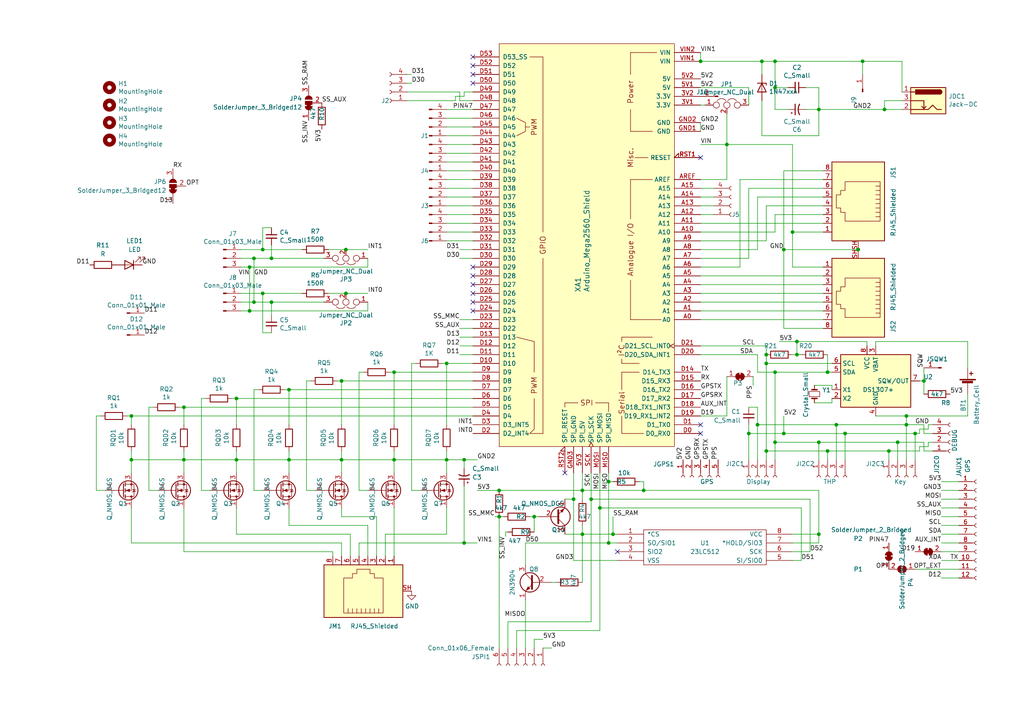
<source format=kicad_sch>
(kicad_sch (version 20211123) (generator eeschema)
  (paper "A4")
  (junction (at 224.79 17.78))
  (junction (at 237.49 154.94))
  (junction (at 144.78 149.86))
  (junction (at 210.82 41.91))
  (junction (at 53.34 133.35))
  (junction (at 222.25 102.87))
  (junction (at 134.62 133.35))
  (junction (at 176.53 139.7))
  (junction (at 134.62 157.48))
  (junction (at 73.66 74.93))
  (junction (at 129.54 105.41))
  (junction (at 100.33 85.09))
  (junction (at 260.35 128.27))
  (junction (at 53.34 118.11))
  (junction (at 154.94 149.86))
  (junction (at 224.79 107.95))
  (junction (at 114.3 107.95))
  (junction (at 248.92 72.39))
  (junction (at 76.2 85.09))
  (junction (at 99.06 110.49))
  (junction (at 203.2 17.78))
  (junction (at 224.79 128.27))
  (junction (at 262.89 120.65))
  (junction (at 237.49 128.27))
  (junction (at 237.49 31.75))
  (junction (at 173.99 147.32))
  (junction (at 78.74 87.63))
  (junction (at 222.25 130.81))
  (junction (at 245.11 125.73))
  (junction (at 240.03 107.95))
  (junction (at 267.97 110.49))
  (junction (at 250.19 17.78))
  (junction (at 227.33 125.73))
  (junction (at 166.37 144.78))
  (junction (at 38.1 133.35))
  (junction (at 176.53 157.48))
  (junction (at 231.14 102.87))
  (junction (at 217.17 125.73))
  (junction (at 231.14 99.06))
  (junction (at 72.39 77.47))
  (junction (at 240.03 130.81))
  (junction (at 73.66 87.63))
  (junction (at 265.43 125.73))
  (junction (at 100.33 72.39))
  (junction (at 114.3 133.35))
  (junction (at 78.74 74.93))
  (junction (at 38.1 120.65))
  (junction (at 83.82 133.35))
  (junction (at 224.79 25.4))
  (junction (at 168.91 142.24))
  (junction (at 219.71 123.19))
  (junction (at 171.45 144.78))
  (junction (at 168.91 154.94))
  (junction (at 144.78 142.24))
  (junction (at 242.57 123.19))
  (junction (at 256.54 31.75))
  (junction (at 257.81 130.81))
  (junction (at 227.33 72.39))
  (junction (at 68.58 133.35))
  (junction (at 177.8 154.94))
  (junction (at 72.39 90.17))
  (junction (at 220.98 17.78))
  (junction (at 262.89 123.19))
  (junction (at 186.69 142.24))
  (junction (at 222.25 105.41))
  (junction (at 68.58 115.57))
  (junction (at 83.82 113.03))
  (junction (at 229.87 67.31))
  (junction (at 76.2 72.39))
  (junction (at 129.54 133.35))
  (junction (at 99.06 133.35))
  (no_connect (at 137.16 24.13))
  (no_connect (at 163.83 137.16))
  (no_connect (at 137.16 85.09))
  (no_connect (at 137.16 21.59))
  (no_connect (at 203.2 45.72))
  (no_connect (at 137.16 80.01))
  (no_connect (at 137.16 77.47))
  (no_connect (at 137.16 19.05))
  (no_connect (at 137.16 82.55))
  (no_connect (at 137.16 16.51))
  (no_connect (at 137.16 87.63))
  (no_connect (at 137.16 90.17))
  (no_connect (at 203.2 125.73))
  (no_connect (at 203.2 123.19))
  (no_connect (at 179.07 160.02))
  (wire (pts (xy 137.16 120.65) (xy 38.1 120.65)))
  (wire (pts (xy 270.51 130.81) (xy 267.97 130.81)))
  (wire (pts (xy 68.58 130.81) (xy 68.58 133.35)))
  (wire (pts (xy 262.89 123.19) (xy 262.89 133.35)))
  (wire (pts (xy 237.49 142.24) (xy 237.49 154.94)))
  (wire (pts (xy 160.02 168.91) (xy 161.29 168.91)))
  (wire (pts (xy 220.98 29.21) (xy 220.98 39.37)))
  (wire (pts (xy 173.99 147.32) (xy 173.99 182.88)))
  (wire (pts (xy 177.8 154.94) (xy 177.8 149.86)))
  (wire (pts (xy 203.2 67.31) (xy 224.79 67.31)))
  (wire (pts (xy 256.54 29.21) (xy 256.54 31.75)))
  (wire (pts (xy 273.05 162.56) (xy 278.13 162.56)))
  (wire (pts (xy 262.89 120.65) (xy 254 120.65)))
  (wire (pts (xy 43.18 142.24) (xy 45.72 142.24)))
  (wire (pts (xy 129.54 39.37) (xy 137.16 39.37)))
  (wire (pts (xy 129.54 52.07) (xy 137.16 52.07)))
  (wire (pts (xy 144.78 149.86) (xy 146.05 149.86)))
  (wire (pts (xy 114.3 137.16) (xy 114.3 133.35)))
  (wire (pts (xy 53.34 137.16) (xy 53.34 133.35)))
  (wire (pts (xy 267.97 130.81) (xy 267.97 128.27)))
  (wire (pts (xy 176.53 157.48) (xy 179.07 157.48)))
  (wire (pts (xy 114.3 133.35) (xy 129.54 133.35)))
  (wire (pts (xy 114.3 107.95) (xy 113.03 107.95)))
  (wire (pts (xy 88.9 142.24) (xy 91.44 142.24)))
  (wire (pts (xy 154.94 149.86) (xy 154.94 154.305)))
  (wire (pts (xy 257.81 130.81) (xy 257.81 133.35)))
  (wire (pts (xy 58.42 115.57) (xy 58.42 142.24)))
  (wire (pts (xy 99.06 137.16) (xy 99.06 133.35)))
  (wire (pts (xy 83.82 130.81) (xy 83.82 133.35)))
  (wire (pts (xy 203.2 72.39) (xy 219.71 72.39)))
  (wire (pts (xy 163.83 154.94) (xy 168.91 154.94)))
  (wire (pts (xy 129.54 123.19) (xy 129.54 105.41)))
  (wire (pts (xy 68.58 147.32) (xy 68.58 154.94)))
  (wire (pts (xy 58.42 142.24) (xy 60.96 142.24)))
  (wire (pts (xy 129.54 34.29) (xy 137.16 34.29)))
  (wire (pts (xy 203.2 17.78) (xy 220.98 17.78)))
  (wire (pts (xy 78.74 74.93) (xy 93.98 74.93)))
  (wire (pts (xy 237.49 25.4) (xy 233.68 25.4)))
  (wire (pts (xy 224.79 133.35) (xy 224.79 128.27)))
  (wire (pts (xy 203.2 85.09) (xy 238.76 85.09)))
  (wire (pts (xy 241.3 111.76) (xy 236.22 111.76)))
  (wire (pts (xy 269.24 124.46) (xy 269.24 123.19)))
  (wire (pts (xy 280.67 114.3) (xy 280.67 120.65)))
  (wire (pts (xy 176.53 139.7) (xy 176.53 157.48)))
  (wire (pts (xy 219.71 57.15) (xy 219.71 72.39)))
  (wire (pts (xy 78.74 66.04) (xy 76.2 66.04)))
  (wire (pts (xy 210.82 33.02) (xy 210.82 41.91)))
  (wire (pts (xy 219.71 107.95) (xy 219.71 102.87)))
  (wire (pts (xy 72.39 77.47) (xy 69.85 77.47)))
  (wire (pts (xy 267.97 110.49) (xy 267.97 114.3)))
  (wire (pts (xy 237.49 31.75) (xy 237.49 25.4)))
  (wire (pts (xy 269.24 128.27) (xy 269.24 129.54)))
  (wire (pts (xy 251.46 99.06) (xy 231.14 99.06)))
  (wire (pts (xy 207.01 57.15) (xy 203.2 57.15)))
  (wire (pts (xy 203.2 90.17) (xy 238.76 90.17)))
  (wire (pts (xy 111.76 154.94) (xy 129.54 154.94)))
  (wire (pts (xy 262.89 120.65) (xy 262.89 123.19)))
  (wire (pts (xy 83.82 137.16) (xy 83.82 133.35)))
  (wire (pts (xy 207.01 62.23) (xy 203.2 62.23)))
  (wire (pts (xy 83.82 152.4) (xy 106.68 152.4)))
  (wire (pts (xy 222.25 59.69) (xy 238.76 59.69)))
  (wire (pts (xy 138.43 157.48) (xy 134.62 157.48)))
  (wire (pts (xy 203.2 77.47) (xy 214.63 77.47)))
  (wire (pts (xy 171.45 144.78) (xy 234.95 144.78)))
  (wire (pts (xy 38.1 157.48) (xy 99.06 157.48)))
  (wire (pts (xy 229.87 102.87) (xy 231.14 102.87)))
  (wire (pts (xy 149.86 182.88) (xy 173.99 182.88)))
  (wire (pts (xy 44.45 118.11) (xy 43.18 118.11)))
  (wire (pts (xy 154.94 185.42) (xy 157.48 185.42)))
  (wire (pts (xy 237.49 39.37) (xy 237.49 31.75)))
  (wire (pts (xy 137.16 29.21) (xy 133.35 29.21)))
  (wire (pts (xy 240.03 107.95) (xy 241.3 107.95)))
  (wire (pts (xy 240.03 102.87) (xy 240.03 107.95)))
  (wire (pts (xy 238.76 67.31) (xy 229.87 67.31)))
  (wire (pts (xy 129.54 133.35) (xy 129.54 137.16)))
  (wire (pts (xy 106.68 152.4) (xy 106.68 161.29)))
  (wire (pts (xy 269.24 123.19) (xy 270.51 123.19)))
  (wire (pts (xy 43.18 118.11) (xy 43.18 142.24)))
  (wire (pts (xy 176.53 139.7) (xy 176.53 137.16)))
  (wire (pts (xy 104.14 107.95) (xy 104.14 142.24)))
  (wire (pts (xy 240.03 130.81) (xy 257.81 130.81)))
  (wire (pts (xy 138.43 142.24) (xy 144.78 142.24)))
  (wire (pts (xy 78.74 91.44) (xy 78.74 87.63)))
  (wire (pts (xy 100.33 85.09) (xy 106.68 85.09)))
  (wire (pts (xy 76.2 72.39) (xy 87.63 72.39)))
  (wire (pts (xy 203.2 120.65) (xy 210.82 120.65)))
  (wire (pts (xy 104.14 161.29) (xy 104.14 157.48)))
  (wire (pts (xy 177.8 139.7) (xy 176.53 139.7)))
  (wire (pts (xy 226.06 99.06) (xy 231.14 99.06)))
  (wire (pts (xy 27.94 120.65) (xy 27.94 142.24)))
  (wire (pts (xy 104.14 142.24) (xy 106.68 142.24)))
  (wire (pts (xy 232.41 147.32) (xy 232.41 162.56)))
  (wire (pts (xy 237.49 31.75) (xy 256.54 31.75)))
  (wire (pts (xy 104.14 157.48) (xy 134.62 157.48)))
  (wire (pts (xy 119.38 21.59) (xy 118.11 21.59)))
  (wire (pts (xy 186.69 139.7) (xy 186.69 142.24)))
  (wire (pts (xy 222.25 105.41) (xy 222.25 102.87)))
  (wire (pts (xy 233.68 31.75) (xy 237.49 31.75)))
  (wire (pts (xy 273.05 144.78) (xy 278.13 144.78)))
  (wire (pts (xy 129.54 31.75) (xy 137.16 31.75)))
  (wire (pts (xy 111.76 154.94) (xy 111.76 161.29)))
  (wire (pts (xy 203.2 17.78) (xy 203.2 15.24)))
  (wire (pts (xy 222.25 133.35) (xy 222.25 130.81)))
  (wire (pts (xy 222.25 102.87) (xy 222.25 100.33)))
  (wire (pts (xy 83.82 152.4) (xy 83.82 147.32)))
  (wire (pts (xy 78.74 87.63) (xy 93.98 87.63)))
  (wire (pts (xy 217.17 133.35) (xy 217.17 125.73)))
  (wire (pts (xy 266.7 124.46) (xy 269.24 124.46)))
  (wire (pts (xy 168.91 154.94) (xy 168.91 152.4)))
  (wire (pts (xy 76.2 66.04) (xy 76.2 72.39)))
  (wire (pts (xy 203.2 30.48) (xy 204.47 30.48)))
  (wire (pts (xy 273.05 139.7) (xy 278.13 139.7)))
  (wire (pts (xy 241.3 116.84) (xy 236.22 116.84)))
  (wire (pts (xy 147.32 187.96) (xy 147.32 180.34)))
  (wire (pts (xy 53.34 118.11) (xy 137.16 118.11)))
  (wire (pts (xy 224.79 17.78) (xy 250.19 17.78)))
  (wire (pts (xy 95.25 72.39) (xy 100.33 72.39)))
  (wire (pts (xy 83.82 113.03) (xy 137.16 113.03)))
  (wire (pts (xy 53.34 123.19) (xy 53.34 118.11)))
  (wire (pts (xy 203.2 80.01) (xy 238.76 80.01)))
  (wire (pts (xy 106.68 77.47) (xy 106.68 74.93)))
  (wire (pts (xy 101.6 154.94) (xy 101.6 161.29)))
  (wire (pts (xy 76.2 96.52) (xy 76.2 85.09)))
  (wire (pts (xy 38.1 137.16) (xy 38.1 133.35)))
  (wire (pts (xy 185.42 139.7) (xy 186.69 139.7)))
  (wire (pts (xy 231.14 102.87) (xy 232.41 102.87)))
  (wire (pts (xy 88.9 110.49) (xy 90.17 110.49)))
  (wire (pts (xy 137.16 54.61) (xy 129.54 54.61)))
  (wire (pts (xy 203.2 92.71) (xy 238.76 92.71)))
  (wire (pts (xy 207.01 54.61) (xy 203.2 54.61)))
  (wire (pts (xy 68.58 123.19) (xy 68.58 115.57)))
  (wire (pts (xy 96.52 161.29) (xy 96.52 160.02)))
  (wire (pts (xy 166.37 144.78) (xy 166.37 162.56)))
  (wire (pts (xy 261.62 17.78) (xy 261.62 26.67)))
  (wire (pts (xy 99.06 133.35) (xy 83.82 133.35)))
  (wire (pts (xy 133.35 74.93) (xy 137.16 74.93)))
  (wire (pts (xy 238.76 77.47) (xy 229.87 77.47)))
  (wire (pts (xy 227.33 72.39) (xy 227.33 95.25)))
  (wire (pts (xy 207.01 59.69) (xy 203.2 59.69)))
  (wire (pts (xy 82.55 113.03) (xy 83.82 113.03)))
  (wire (pts (xy 133.35 26.67) (xy 118.11 26.67)))
  (wire (pts (xy 129.54 130.81) (xy 129.54 133.35)))
  (wire (pts (xy 99.06 110.49) (xy 137.16 110.49)))
  (wire (pts (xy 144.78 142.24) (xy 168.91 142.24)))
  (wire (pts (xy 137.16 115.57) (xy 68.58 115.57)))
  (wire (pts (xy 146.685 154.305) (xy 146.685 155.575)))
  (wire (pts (xy 269.24 129.54) (xy 266.7 129.54)))
  (wire (pts (xy 72.39 77.47) (xy 106.68 77.47)))
  (wire (pts (xy 152.4 157.48) (xy 176.53 157.48)))
  (wire (pts (xy 254 99.06) (xy 280.67 99.06)))
  (wire (pts (xy 273.05 147.32) (xy 278.13 147.32)))
  (wire (pts (xy 137.16 107.95) (xy 114.3 107.95)))
  (wire (pts (xy 53.34 160.02) (xy 96.52 160.02)))
  (wire (pts (xy 217.17 123.19) (xy 217.17 125.73)))
  (wire (pts (xy 224.79 25.4) (xy 224.79 17.78)))
  (wire (pts (xy 210.82 109.22) (xy 210.82 120.65)))
  (wire (pts (xy 227.33 95.25) (xy 238.76 95.25)))
  (wire (pts (xy 52.07 118.11) (xy 53.34 118.11)))
  (wire (pts (xy 129.54 133.35) (xy 134.62 133.35)))
  (wire (pts (xy 58.42 115.57) (xy 59.69 115.57)))
  (wire (pts (xy 69.85 74.93) (xy 73.66 74.93)))
  (wire (pts (xy 168.91 154.94) (xy 168.91 168.91)))
  (wire (pts (xy 38.1 120.65) (xy 36.83 120.65)))
  (wire (pts (xy 53.34 133.35) (xy 68.58 133.35)))
  (wire (pts (xy 73.66 74.93) (xy 73.66 87.63)))
  (wire (pts (xy 238.76 49.53) (xy 227.33 49.53)))
  (wire (pts (xy 73.66 74.93) (xy 78.74 74.93)))
  (wire (pts (xy 214.63 52.07) (xy 238.76 52.07)))
  (wire (pts (xy 132.08 27.94) (xy 134.62 27.94)))
  (wire (pts (xy 260.35 128.27) (xy 260.35 133.35)))
  (wire (pts (xy 69.85 85.09) (xy 76.2 85.09)))
  (wire (pts (xy 234.95 144.78) (xy 234.95 160.02)))
  (wire (pts (xy 256.54 31.75) (xy 261.62 31.75)))
  (wire (pts (xy 222.25 59.69) (xy 222.25 69.85)))
  (wire (pts (xy 219.71 118.11) (xy 219.71 123.19)))
  (wire (pts (xy 273.05 152.4) (xy 278.13 152.4)))
  (wire (pts (xy 68.58 133.35) (xy 83.82 133.35)))
  (wire (pts (xy 99.06 123.19) (xy 99.06 110.49)))
  (wire (pts (xy 134.62 140.97) (xy 134.62 157.48)))
  (wire (pts (xy 219.71 123.19) (xy 242.57 123.19)))
  (wire (pts (xy 171.45 144.78) (xy 171.45 137.16)))
  (wire (pts (xy 267.97 106.68) (xy 267.97 110.49)))
  (wire (pts (xy 106.68 72.39) (xy 100.33 72.39)))
  (wire (pts (xy 241.3 115.57) (xy 241.3 116.84)))
  (wire (pts (xy 121.92 142.24) (xy 119.38 142.24)))
  (wire (pts (xy 99.06 149.86) (xy 99.06 147.32)))
  (wire (pts (xy 83.82 123.19) (xy 83.82 113.03)))
  (wire (pts (xy 119.38 142.24) (xy 119.38 105.41)))
  (wire (pts (xy 118.11 24.13) (xy 119.38 24.13)))
  (wire (pts (xy 237.49 154.94) (xy 237.49 157.48)))
  (wire (pts (xy 224.79 62.23) (xy 224.79 67.31)))
  (wire (pts (xy 78.74 96.52) (xy 76.2 96.52)))
  (wire (pts (xy 266.7 110.49) (xy 267.97 110.49)))
  (wire (pts (xy 240.03 130.81) (xy 240.03 133.35)))
  (wire (pts (xy 137.16 41.91) (xy 129.54 41.91)))
  (wire (pts (xy 256.54 29.21) (xy 261.62 29.21)))
  (wire (pts (xy 95.25 85.09) (xy 100.33 85.09)))
  (wire (pts (xy 254 99.06) (xy 254 100.33)))
  (wire (pts (xy 109.22 149.86) (xy 99.06 149.86)))
  (wire (pts (xy 237.49 154.94) (xy 229.87 154.94)))
  (wire (pts (xy 154.94 149.86) (xy 156.21 149.86)))
  (wire (pts (xy 250.19 17.78) (xy 261.62 17.78)))
  (wire (pts (xy 134.62 133.35) (xy 138.43 133.35)))
  (wire (pts (xy 144.78 149.86) (xy 143.51 149.86)))
  (wire (pts (xy 99.06 133.35) (xy 114.3 133.35)))
  (wire (pts (xy 270.51 128.27) (xy 269.24 128.27)))
  (wire (pts (xy 72.39 77.47) (xy 72.39 90.17)))
  (wire (pts (xy 217.17 118.11) (xy 219.71 118.11)))
  (wire (pts (xy 237.49 128.27) (xy 260.35 128.27)))
  (wire (pts (xy 38.1 123.19) (xy 38.1 120.65)))
  (wire (pts (xy 68.58 137.16) (xy 68.58 133.35)))
  (wire (pts (xy 220.98 17.78) (xy 224.79 17.78)))
  (wire (pts (xy 240.03 130.81) (xy 222.25 130.81)))
  (wire (pts (xy 241.3 113.03) (xy 241.3 111.76)))
  (wire (pts (xy 242.57 133.35) (xy 242.57 123.19)))
  (wire (pts (xy 129.54 67.31) (xy 137.16 67.31)))
  (wire (pts (xy 227.33 49.53) (xy 227.33 72.39)))
  (wire (pts (xy 273.05 167.64) (xy 278.13 167.64)))
  (wire (pts (xy 168.91 154.94) (xy 177.8 154.94)))
  (wire (pts (xy 133.35 100.33) (xy 137.16 100.33)))
  (wire (pts (xy 267.97 125.73) (xy 270.51 125.73)))
  (wire (pts (xy 129.54 64.77) (xy 137.16 64.77)))
  (wire (pts (xy 128.27 105.41) (xy 129.54 105.41)))
  (wire (pts (xy 99.06 130.81) (xy 99.06 133.35)))
  (wire (pts (xy 106.68 90.17) (xy 106.68 87.63)))
  (wire (pts (xy 137.16 97.79) (xy 133.35 97.79)))
  (wire (pts (xy 149.86 187.96) (xy 149.86 182.88)))
  (wire (pts (xy 88.9 110.49) (xy 88.9 142.24)))
  (wire (pts (xy 137.16 95.25) (xy 133.35 95.25)))
  (wire (pts (xy 73.66 113.03) (xy 73.66 142.24)))
  (wire (pts (xy 152.4 157.48) (xy 152.4 163.83)))
  (wire (pts (xy 69.85 72.39) (xy 76.2 72.39)))
  (wire (pts (xy 228.6 25.4) (xy 224.79 25.4)))
  (wire (pts (xy 265.43 165.1) (xy 278.13 165.1)))
  (wire (pts (xy 147.32 180.34) (xy 171.45 180.34)))
  (wire (pts (xy 134.62 135.89) (xy 134.62 133.35)))
  (wire (pts (xy 114.3 130.81) (xy 114.3 133.35)))
  (wire (pts (xy 203.2 69.85) (xy 222.25 69.85)))
  (wire (pts (xy 154.94 187.96) (xy 154.94 185.42)))
  (wire (pts (xy 97.79 110.49) (xy 99.06 110.49)))
  (wire (pts (xy 129.54 49.53) (xy 137.16 49.53)))
  (wire (pts (xy 227.33 125.73) (xy 245.11 125.73)))
  (wire (pts (xy 68.58 154.94) (xy 101.6 154.94)))
  (wire (pts (xy 114.3 123.19) (xy 114.3 107.95)))
  (wire (pts (xy 99.06 161.29) (xy 99.06 157.48)))
  (wire (pts (xy 27.94 142.24) (xy 30.48 142.24)))
  (wire (pts (xy 237.49 133.35) (xy 237.49 128.27)))
  (wire (pts (xy 144.78 149.86) (xy 144.78 187.96)))
  (wire (pts (xy 38.1 130.81) (xy 38.1 133.35)))
  (wire (pts (xy 267.97 128.27) (xy 260.35 128.27)))
  (wire (pts (xy 203.2 82.55) (xy 238.76 82.55)))
  (wire (pts (xy 262.89 123.19) (xy 267.97 123.19)))
  (wire (pts (xy 227.33 125.73) (xy 227.33 120.65)))
  (wire (pts (xy 104.14 107.95) (xy 105.41 107.95)))
  (wire (pts (xy 228.6 31.75) (xy 224.79 31.75)))
  (wire (pts (xy 229.87 67.31) (xy 229.87 41.91)))
  (wire (pts (xy 171.45 180.34) (xy 171.45 144.78)))
  (wire (pts (xy 273.05 142.24) (xy 278.13 142.24)))
  (wire (pts (xy 220.98 39.37) (xy 237.49 39.37)))
  (wire (pts (xy 163.83 144.78) (xy 166.37 144.78)))
  (wire (pts (xy 114.3 147.32) (xy 114.3 161.29)))
  (wire (pts (xy 186.69 142.24) (xy 237.49 142.24)))
  (wire (pts (xy 227.33 72.39) (xy 248.92 72.39)))
  (wire (pts (xy 129.54 44.45) (xy 137.16 44.45)))
  (wire (pts (xy 137.16 36.83) (xy 129.54 36.83)))
  (wire (pts (xy 168.91 142.24) (xy 186.69 142.24)))
  (wire (pts (xy 273.05 157.48) (xy 278.13 157.48)))
  (wire (pts (xy 168.91 137.16) (xy 168.91 142.24)))
  (wire (pts (xy 267.97 123.19) (xy 267.97 125.73)))
  (wire (pts (xy 222.25 105.41) (xy 241.3 105.41)))
  (wire (pts (xy 133.35 29.21) (xy 133.35 26.67)))
  (wire (pts (xy 137.16 46.99) (xy 129.54 46.99)))
  (wire (pts (xy 273.05 154.94) (xy 278.13 154.94)))
  (wire (pts (xy 229.87 41.91) (xy 210.82 41.91)))
  (wire (pts (xy 76.2 85.09) (xy 87.63 85.09)))
  (wire (pts (xy 157.48 187.96) (xy 160.02 187.96)))
  (wire (pts (xy 73.66 142.24) (xy 76.2 142.24)))
  (wire (pts (xy 219.71 123.19) (xy 219.71 133.35)))
  (wire (pts (xy 280.67 106.68) (xy 280.67 99.06)))
  (wire (pts (xy 69.85 87.63) (xy 73.66 87.63)))
  (wire (pts (xy 217.17 54.61) (xy 217.17 74.93)))
  (wire (pts (xy 153.67 149.86) (xy 154.94 149.86)))
  (wire (pts (xy 266.7 125.73) (xy 266.7 124.46)))
  (wire (pts (xy 250.19 17.78) (xy 250.19 21.59)))
  (wire (pts (xy 168.91 142.24) (xy 168.91 144.78)))
  (wire (pts (xy 229.87 77.47) (xy 229.87 67.31)))
  (wire (pts (xy 217.17 125.73) (xy 227.33 125.73)))
  (wire (pts (xy 173.99 147.32) (xy 232.41 147.32)))
  (wire (pts (xy 73.66 113.03) (xy 74.93 113.03)))
  (wire (pts (xy 220.98 17.78) (xy 220.98 21.59)))
  (wire (pts (xy 129.54 69.85) (xy 137.16 69.85)))
  (wire (pts (xy 203.2 74.93) (xy 217.17 74.93)))
  (wire (pts (xy 218.44 111.76) (xy 218.44 109.22)))
  (wire (pts (xy 265.43 125.73) (xy 266.7 125.73)))
  (wire (pts (xy 266.7 129.54) (xy 266.7 130.81)))
  (wire (pts (xy 242.57 123.19) (xy 262.89 123.19)))
  (wire (pts (xy 68.58 115.57) (xy 67.31 115.57)))
  (wire (pts (xy 166.37 137.16) (xy 166.37 144.78)))
  (wire (pts (xy 137.16 72.39) (xy 133.35 72.39)))
  (wire (pts (xy 69.85 90.17) (xy 72.39 90.17)))
  (wire (pts (xy 231.14 102.87) (xy 231.14 99.06)))
  (wire (pts (xy 238.76 54.61) (xy 217.17 54.61)))
  (wire (pts (xy 280.67 120.65) (xy 262.89 120.65)))
  (wire (pts (xy 129.54 59.69) (xy 137.16 59.69)))
  (wire (pts (xy 147.32 154.305) (xy 146.685 154.305)))
  (wire (pts (xy 210.82 52.07) (xy 210.82 41.91)))
  (wire (pts (xy 217.17 25.4) (xy 217.17 30.48)))
  (wire (pts (xy 245.11 133.35) (xy 245.11 125.73)))
  (wire (pts (xy 203.2 87.63) (xy 238.76 87.63)))
  (wire (pts (xy 129.54 62.23) (xy 137.16 62.23)))
  (wire (pts (xy 245.11 125.73) (xy 265.43 125.73)))
  (wire (pts (xy 224.79 31.75) (xy 224.79 25.4)))
  (wire (pts (xy 73.66 87.63) (xy 78.74 87.63)))
  (wire (pts (xy 173.99 137.16) (xy 173.99 147.32)))
  (wire (pts (xy 203.2 25.4) (xy 217.17 25.4)))
  (wire (pts (xy 133.35 92.71) (xy 137.16 92.71)))
  (wire (pts (xy 166.37 162.56) (xy 179.07 162.56)))
  (wire (pts (xy 109.22 161.29) (xy 109.22 149.86)))
  (wire (pts (xy 53.34 147.32) (xy 53.34 160.02)))
  (wire (pts (xy 78.74 71.12) (xy 78.74 74.93)))
  (wire (pts (xy 53.34 130.81) (xy 53.34 133.35)))
  (wire (pts (xy 224.79 128.27) (xy 224.79 107.95)))
  (wire (pts (xy 132.08 29.21) (xy 132.08 27.94)))
  (wire (pts (xy 266.7 130.81) (xy 257.81 130.81)))
  (wire (pts (xy 129.54 57.15) (xy 137.16 57.15)))
  (wire (pts (xy 203.2 35.56) (xy 203.2 38.1)))
  (wire (pts (xy 219.71 107.95) (xy 224.79 107.95)))
  (wire (pts (xy 224.79 62.23) (xy 238.76 62.23)))
  (wire (pts (xy 133.35 102.87) (xy 137.16 102.87)))
  (wire (pts (xy 203.2 102.87) (xy 219.71 102.87)))
  (wire (pts (xy 38.1 133.35) (xy 53.34 133.35)))
  (wire (pts (xy 219.71 57.15) (xy 238.76 57.15)))
  (wire (pts (xy 152.4 173.99) (xy 152.4 187.96)))
  (wire (pts (xy 214.63 52.07) (xy 214.63 77.47)))
  (wire (pts (xy 273.05 160.02) (xy 278.13 160.02)))
  (wire (pts (xy 222.25 100.33) (xy 203.2 100.33)))
  (wire (pts (xy 38.1 157.48) (xy 38.1 147.32)))
  (wire (pts (xy 234.95 160.02) (xy 229.87 160.02)))
  (wire (pts (xy 29.21 120.65) (xy 27.94 120.65)))
  (wire (pts (xy 210.82 41.91) (xy 203.2 41.91)))
  (wire (pts (xy 118.11 29.21) (xy 132.08 29.21)))
  (wire (pts (xy 177.8 154.94) (xy 179.07 154.94)))
  (wire (pts (xy 273.05 149.86) (xy 278.13 149.86)))
  (wire (pts (xy 203.2 52.07) (xy 210.82 52.07)))
  (wire (pts (xy 251.46 100.33) (xy 251.46 99.06)))
  (wire (pts (xy 224.79 107.95) (xy 240.03 107.95)))
  (wire (pts (xy 237.49 128.27) (xy 224.79 128.27)))
  (wire (pts (xy 119.38 105.41) (xy 120.65 105.41)))
  (wire (pts (xy 134.62 26.67) (xy 137.16 26.67)))
  (wire (pts (xy 203.2 64.77) (xy 238.76 64.77)))
  (wire (pts (xy 237.49 157.48) (xy 229.87 157.48)))
  (wire (pts (xy 72.39 90.17) (xy 106.68 90.17)))
  (wire (pts (xy 129.54 105.41) (xy 137.16 105.41)))
  (wire (pts (xy 129.54 147.32) (xy 129.54 154.94)))
  (wire (pts (xy 134.62 27.94) (xy 134.62 26.67)))
  (wire (pts (xy 232.41 162.56) (xy 229.87 162.56)))
  (wire (pts (xy 265.43 125.73) (xy 265.43 133.35)))
  (wire (pts (xy 222.25 130.81) (xy 222.25 105.41)))
  (label "5V3" (at 138.43 142.24 0))
  (label "SDA" (at 214.63 102.87 0))
  (label "MISO" (at 273.05 149.86 180))
  (label "SCL" (at 273.05 152.4 180))
  (label "5V2" (at 203.2 22.86 0))
  (label "5V3" (at 93.345 37.465 270))
  (label "INT0" (at 137.16 125.73 180))
  (label "D30" (at 133.35 74.93 180))
  (label "GND3" (at 166.37 162.56 180))
  (label "GND" (at 265.43 123.19 0))
  (label "GND2" (at 252.73 31.75 180))
  (label "PPS" (at 208.28 133.35 90))
  (label "GPSRX" (at 203.2 133.35 90))
  (label "SS_INV" (at 89.535 34.925 270))
  (label "5V2" (at 203.2 25.4 0))
  (label "PIN47" (at 137.16 31.75 180))
  (label "PIN47" (at 257.81 157.48 180))
  (label "D19" (at 265.43 160.02 180))
  (label "RX" (at 50.165 48.895 0))
  (label "D11" (at 26.035 76.835 180))
  (label "D11" (at 41.91 90.805 0))
  (label "GND2" (at 203.2 35.56 0))
  (label "GND" (at 200.66 133.35 90))
  (label "5V3" (at 157.48 185.42 0))
  (label "D31" (at 119.38 21.59 0))
  (label "VIN" (at 72.39 80.01 180))
  (label "D12" (at 273.05 167.64 180))
  (label "GND3" (at 273.05 142.24 180))
  (label "AUX_INT" (at 203.2 118.11 0))
  (label "PPS" (at 218.44 111.76 270))
  (label "D13" (at 133.35 97.79 180))
  (label "D19" (at 203.2 120.65 0))
  (label "GPSTX" (at 205.74 133.35 90))
  (label "MOSI" (at 273.05 144.78 180))
  (label "D13" (at 50.165 59.055 180))
  (label "SS_RAM" (at 89.535 24.765 90))
  (label "5V2" (at 198.12 133.35 90))
  (label "VIN1" (at 203.2 15.24 0))
  (label "MISDO" (at 152.4 179.07 180))
  (label "GPSTX" (at 203.2 113.03 0))
  (label "TX" (at 203.2 107.95 0))
  (label "RX" (at 203.2 110.49 0))
  (label "5V3" (at 273.05 139.7 180))
  (label "VIN1" (at 138.43 157.48 0))
  (label "D30" (at 119.38 24.13 0))
  (label "OPT" (at 257.81 165.1 180))
  (label "GND" (at 41.275 76.835 0))
  (label "MISO" (at 176.53 137.16 270))
  (label "AUX_INT" (at 273.05 157.48 180))
  (label "GND" (at 203.2 38.1 0))
  (label "INT1" (at 106.68 72.39 0))
  (label "D11" (at 133.35 102.87 180))
  (label "SS_MMC" (at 143.51 149.86 180))
  (label "D51" (at 232.41 162.56 0))
  (label "SCL" (at 215.265 100.33 0))
  (label "D31" (at 133.35 72.39 180))
  (label "SS_MMC" (at 133.35 92.71 180))
  (label "GND" (at 160.02 187.96 0))
  (label "GPSRX" (at 203.2 115.57 0))
  (label "5V2" (at 227.33 120.65 0))
  (label "5V3" (at 226.06 99.06 0))
  (label "GND2" (at 138.43 133.35 0))
  (label "SS_INV" (at 146.685 155.575 270))
  (label "INT1" (at 137.16 123.19 180))
  (label "GND" (at 73.66 80.01 0))
  (label "5V3" (at 275.59 114.3 0))
  (label "SDA" (at 273.05 154.94 180))
  (label "D12" (at 41.91 97.155 0))
  (label "TX" (at 275.59 162.56 0))
  (label "XDA" (at 273.05 162.56 180))
  (label "D12" (at 133.35 100.33 180))
  (label "SCK" (at 171.45 137.16 270))
  (label "OPT" (at 53.975 53.975 0))
  (label "SS_RAM" (at 177.8 149.86 0))
  (label "VIN" (at 203.2 41.91 0))
  (label "SS_AUX" (at 273.05 147.32 180))
  (label "D52" (at 234.95 160.02 0))
  (label "GND" (at 227.33 72.39 180))
  (label "SS_AUX" (at 93.345 29.845 0))
  (label "MOSI" (at 173.99 137.16 270))
  (label "INT0" (at 106.68 85.09 0))
  (label "OPT_EXT" (at 273.05 165.1 180))
  (label "SQW" (at 267.97 106.68 90))
  (label "D50" (at 152.4 157.48 0))
  (label "SS_AUX" (at 133.35 95.25 180))
  (symbol (lib_id "Arduino:Arduino_Mega2560_Embed") (at 182.88 78.74 90) (unit 1)
    (property "Reference" "XA1" (at 167.64 82.55 0) (effects (font (size 1.524 1.524))))
    (property "Value" "Arduino_Mega2560_Shield" (at 170.18 69.85 0) (effects (font (size 1.524 1.524))))
    (property "Footprint" "Socket:Arduino_2560_Mega_Embad" (effects hide))
    (property "Datasheet" "https://store.arduino.cc/arduino-mega-2560-rev3" (effects hide))
  )
  (symbol (lib_id "Connector:Conn_01x04_Male") (at 124.46 36.83 0) (mirror x) (unit 1)
    (property "Reference" "J1" (at 123.19 39.37 0))
    (property "Value" "Conn_01x04_Male" (effects hide))
    (property "Footprint" "Connector_PinHeader_2.54mm:PinHeader_1x04_P2.54mm_Vertical" (effects hide))
  )
  (symbol (lib_id "Connector:Conn_01x04_Female") (at 113.03 26.67 180) (unit 1)
    (property "Reference" "J2" (at 111.76 29.21 0))
    (property "Value" "Conn_01x04_Female" (effects hide))
    (property "Footprint" "Connector_PinSocket_2.54mm:PinSocket_1x04_P2.54mm_Vertical" (effects hide))
  )
  (symbol (lib_id "Device:Battery_Cell") (at 280.67 111.76 0) (unit 1)
    (property "Reference" "BT1" (at 279.4 119.38 90) (effects (justify left)))
    (property "Value" "Battery_Cell" (at 283.21 123.19 90) (effects (justify left)))
    (property "Footprint" "Battery:BatteryHolder_Keystone_2998_1x6.8mm" (effects hide))
  )
  (symbol (lib_id "Connector:Conn_01x06_Female") (at 152.4 193.04 270) (unit 1)
    (property "Reference" "JSPI1" (at 142.24 190.5 90) (effects (justify right)))
    (property "Value" "Conn_01x06_Female" (at 143.51 187.96 90) (effects (justify right)))
    (property "Footprint" "Connector_PinSocket_2.54mm:PinSocket_1x06_P2.54mm_Horizontal_SDREADER_KEEPOUT" (effects hide))
  )
  (symbol (lib_id "Device:R") (at 33.02 120.65 270) (mirror x) (unit 1)
    (property "Reference" "RQ1" (at 33.02 115.3922 90))
    (property "Value" "1k" (at 33.02 117.7036 90))
    (property "Footprint" "Resistor_THT:R_Axial_DIN0207_L6.3mm_D2.5mm_P7.62mm_Horizontal" (effects hide))
  )
  (symbol (lib_id "Device:Q_NMOS_DGS") (at 35.56 142.24 0) (mirror x) (unit 1)
    (property "Reference" "Q1" (at 34.29 146.05 0) (effects (justify left)))
    (property "Value" "Q_NMOS_DGS" (at 31.75 138.43 90) (effects (justify left)))
    (property "Footprint" "Package_TO_SOT_THT:TO-92L_Inline_Wide_Flat" (effects hide))
  )
  (symbol (lib_id "Device:Q_NMOS_DGS") (at 50.8 142.24 0) (mirror x) (unit 1)
    (property "Reference" "Q2" (at 49.53 146.05 0) (effects (justify left)))
    (property "Value" "Q_NMOS_DGS" (at 46.99 138.43 90) (effects (justify left)))
    (property "Footprint" "Package_TO_SOT_THT:TO-92L_Inline_Wide_Flat" (effects hide))
  )
  (symbol (lib_id "Connector:Conn_01x04_Male") (at 124.46 46.99 0) (mirror x) (unit 1)
    (property "Reference" "J4" (at 123.19 49.53 0))
    (property "Value" "Conn_01x04_Male" (effects hide))
    (property "Footprint" "Connector_PinHeader_2.54mm:PinHeader_1x04_P2.54mm_Vertical" (effects hide))
  )
  (symbol (lib_id "Connector:Conn_01x04_Male") (at 124.46 57.15 0) (mirror x) (unit 1)
    (property "Reference" "J3" (at 123.19 59.69 0))
    (property "Value" "Conn_01x04_Male" (effects hide))
    (property "Footprint" "Connector_PinHeader_2.54mm:PinHeader_1x04_P2.54mm_Vertical" (effects hide))
  )
  (symbol (lib_id "Connector:Conn_01x04_Male") (at 124.46 67.31 0) (mirror x) (unit 1)
    (property "Reference" "J6" (at 123.19 69.85 0))
    (property "Value" "Conn_01x04_Male" (effects hide))
    (property "Footprint" "Connector_PinHeader_2.54mm:PinHeader_1x04_P2.54mm_Vertical" (effects hide))
  )
  (symbol (lib_id "Connector:Conn_01x04_Female") (at 212.09 59.69 0) (mirror x) (unit 1)
    (property "Reference" "J5" (at 213.36 62.23 0))
    (property "Value" "Conn_01x04_Female" (effects hide))
    (property "Footprint" "Connector_PinSocket_2.54mm:PinSocket_1x04_P2.54mm_Vertical" (effects hide))
  )
  (symbol (lib_id "Device:R") (at 48.26 118.11 270) (mirror x) (unit 1)
    (property "Reference" "RQ2" (at 48.26 112.8522 90))
    (property "Value" "1k" (at 48.26 115.1636 90))
    (property "Footprint" "Resistor_THT:R_Axial_DIN0207_L6.3mm_D2.5mm_P7.62mm_Horizontal" (effects hide))
  )
  (symbol (lib_id "Device:R") (at 78.74 113.03 270) (mirror x) (unit 1)
    (property "Reference" "RQ4" (at 78.74 107.7722 90))
    (property "Value" "1k" (at 78.74 110.0836 90))
    (property "Footprint" "Resistor_THT:R_Axial_DIN0207_L6.3mm_D2.5mm_P7.62mm_Horizontal" (effects hide))
  )
  (symbol (lib_id "Device:R") (at 63.5 115.57 270) (mirror x) (unit 1)
    (property "Reference" "RQ3" (at 63.5 110.3122 90))
    (property "Value" "1k" (at 63.5 112.6236 90))
    (property "Footprint" "Resistor_THT:R_Axial_DIN0207_L6.3mm_D2.5mm_P7.62mm_Horizontal" (effects hide))
  )
  (symbol (lib_id "Device:R") (at 109.22 107.95 270) (unit 1)
    (property "Reference" "RQ6" (at 109.22 102.6922 90))
    (property "Value" "1k" (at 109.22 105.0036 90))
    (property "Footprint" "Resistor_THT:R_Axial_DIN0207_L6.3mm_D2.5mm_P7.62mm_Horizontal" (effects hide))
  )
  (symbol (lib_id "Device:R") (at 93.98 110.49 270) (unit 1)
    (property "Reference" "RQ5" (at 93.98 105.2322 90))
    (property "Value" "1k" (at 93.98 107.5436 90))
    (property "Footprint" "Resistor_THT:R_Axial_DIN0207_L6.3mm_D2.5mm_P7.62mm_Horizontal" (effects hide))
  )
  (symbol (lib_id "Device:C_Small") (at 217.17 120.65 0) (unit 1)
    (property "Reference" "C1" (at 212.09 119.38 0) (effects (justify left)))
    (property "Value" "C_Small" (at 207.01 121.92 0) (effects (justify left)))
    (property "Footprint" "Capacitor_THT:C_Disc_D3.0mm_W1.6mm_P2.50mm" (effects hide))
  )
  (symbol (lib_id "Device:Q_NMOS_DGS") (at 81.28 142.24 0) (mirror x) (unit 1)
    (property "Reference" "Q4" (at 80.01 146.05 0) (effects (justify left)))
    (property "Value" "Q_NMOS_DGS" (at 77.47 138.43 90) (effects (justify left)))
    (property "Footprint" "Package_TO_SOT_THT:TO-92L_Inline_Wide_Flat" (effects hide))
  )
  (symbol (lib_id "Device:Q_NMOS_DGS") (at 66.04 142.24 0) (mirror x) (unit 1)
    (property "Reference" "Q3" (at 64.77 146.05 0) (effects (justify left)))
    (property "Value" "Q_NMOS_DGS" (at 62.23 138.43 90) (effects (justify left)))
    (property "Footprint" "Package_TO_SOT_THT:TO-92L_Inline_Wide_Flat" (effects hide))
  )
  (symbol (lib_id "Device:Q_NMOS_DGS") (at 111.76 142.24 0) (mirror x) (unit 1)
    (property "Reference" "Q6" (at 110.49 146.05 0) (effects (justify left)))
    (property "Value" "Q_NMOS_DGS" (at 107.95 138.43 90) (effects (justify left)))
    (property "Footprint" "Package_TO_SOT_THT:TO-92L_Inline_Wide_Flat" (effects hide))
  )
  (symbol (lib_id "Device:Q_NMOS_DGS") (at 96.52 142.24 0) (mirror x) (unit 1)
    (property "Reference" "Q5" (at 95.25 146.05 0) (effects (justify left)))
    (property "Value" "Q_NMOS_DGS" (at 92.71 138.43 90) (effects (justify left)))
    (property "Footprint" "Package_TO_SOT_THT:TO-92L_Inline_Wide_Flat" (effects hide))
  )
  (symbol (lib_id "Device:C_Small") (at 231.14 25.4 270) (unit 1)
    (property "Reference" "C2" (at 231.14 19.5834 90))
    (property "Value" "C_Small" (at 231.14 21.8948 90))
    (property "Footprint" "Capacitor_THT:C_Disc_D3.0mm_W1.6mm_P2.50mm" (effects hide))
  )
  (symbol (lib_id "Device:R") (at 144.78 146.05 0) (unit 1)
    (property "Reference" "R1" (at 144.78 146.05 90) (effects (justify left)))
    (property "Value" "4k7" (at 143.51 147.32 0) (effects (justify left)))
    (property "Footprint" "Resistor_THT:R_Axial_DIN0204_L3.6mm_D1.6mm_P5.08mm_Horizontal" (effects hide))
  )
  (symbol (lib_id "Connector:Conn_01x01_Male") (at 36.83 97.155 0) (unit 1)
    (property "Reference" "D12" (at 39.5732 92.5576 0))
    (property "Value" "Conn_01x01_Male" (at 39.5732 94.869 0))
    (property "Footprint" "Connector_PinHeader_2.54mm:PinHeader_1x01_P2.54mm_Vertical" (effects hide))
  )
  (symbol (lib_id "Connector:RJ45_Shielded") (at 248.92 59.69 0) (mirror y) (unit 1)
    (property "Reference" "JS1" (at 259.08 48.26 90) (effects (justify right)))
    (property "Value" "RJ45_Shielded" (at 259.08 54.61 90) (effects (justify right)))
    (property "Footprint" "Connector_RJ:RJ45_Ninigi_GE1" (effects hide))
  )
  (symbol (lib_id "Device:R") (at 91.44 85.09 90) (unit 1)
    (property "Reference" "R6" (at 91.44 79.8322 90))
    (property "Value" "150R" (at 91.44 82.1436 90))
    (property "Footprint" "Resistor_THT:R_Axial_DIN0207_L6.3mm_D2.5mm_P2.54mm_Vertical" (effects hide))
  )
  (symbol (lib_id "Device:R") (at 91.44 72.39 270) (unit 1)
    (property "Reference" "R7" (at 91.44 67.1322 90))
    (property "Value" "150R" (at 91.44 69.4436 90))
    (property "Footprint" "Resistor_THT:R_Axial_DIN0207_L6.3mm_D2.5mm_P2.54mm_Vertical" (effects hide))
  )
  (symbol (lib_id "Device:R") (at 165.1 168.91 90) (unit 1)
    (property "Reference" "R3" (at 165.1 168.91 90) (effects (justify left)))
    (property "Value" "4k7" (at 166.37 170.18 0) (effects (justify left)))
    (property "Footprint" "Resistor_THT:R_Axial_DIN0204_L3.6mm_D1.6mm_P2.54mm_Vertical" (effects hide))
  )
  (symbol (lib_id "Device:Jumper_NC_Dual") (at 100.33 74.93 180) (unit 1)
    (property "Reference" "JP3" (at 100.33 81.0006 0))
    (property "Value" "Jumper_NC_Dual" (at 100.33 78.6892 0))
    (property "Footprint" "Connector_PinHeader_2.54mm:PinHeader_1x03_P2.54mm_Vertical" (effects hide))
  )
  (symbol (lib_id "Memory_RAM:23LC512") (at 204.47 158.75 0) (unit 1)
    (property "Reference" "U1" (at 204.47 157.48 0))
    (property "Value" "23LC512" (at 204.47 160.02 0))
    (property "Footprint" "Package_DIP:DIP-8_W7.62mm" (effects hide))
  )
  (symbol (lib_id "Device:R") (at 168.91 148.59 180) (unit 1)
    (property "Reference" "R4" (at 168.91 146.05 90) (effects (justify left)))
    (property "Value" "4k7" (at 171.45 149.86 0) (effects (justify left)))
    (property "Footprint" "Resistor_THT:R_Axial_DIN0204_L3.6mm_D1.6mm_P5.08mm_Horizontal" (effects hide))
  )
  (symbol (lib_id "Connector:RJ45_Shielded") (at 248.92 85.09 180) (unit 1)
    (property "Reference" "JS2" (at 259.08 96.52 90) (effects (justify right)))
    (property "Value" "RJ45_Shielded" (at 259.08 90.17 90) (effects (justify right)))
    (property "Footprint" "Connector_RJ:RJ45_Ninigi_GE1" (effects hide))
  )
  (symbol (lib_id "Connector:Conn_01x03_Male") (at 64.77 74.93 0) (unit 1)
    (property "Reference" "J7" (at 67.5132 67.7926 0))
    (property "Value" "Conn_01x03_Male" (at 67.5132 70.104 0))
    (property "Footprint" "Connector_JST:JST_EH_S3B-EH_1x03_P2.50mm_Horizontal" (effects hide))
  )
  (symbol (lib_id "Connector:Conn_01x03_Male") (at 64.77 87.63 0) (unit 1)
    (property "Reference" "J8" (at 67.5132 80.4926 0))
    (property "Value" "Conn_01x03_Male" (at 67.5132 82.804 0))
    (property "Footprint" "Connector_JST:JST_EH_S3B-EH_1x03_P2.50mm_Horizontal" (effects hide))
  )
  (symbol (lib_id "Timer_RTC:DS1307+") (at 254 110.49 0) (unit 1)
    (property "Reference" "U2" (at 267.8176 109.3216 0) (effects (justify left)))
    (property "Value" "DS1307+" (at 250.19 113.03 0) (effects (justify left)))
    (property "Footprint" "Package_DIP:DIP-8_W7.62mm" (effects hide))
    (property "Datasheet" "https://datasheets.maximintegrated.com/en/ds/DS1307.pdf" (effects hide))
  )
  (symbol (lib_id "Device:R") (at 226.06 102.87 270) (unit 1)
    (property "Reference" "R21" (at 223.52 100.33 90))
    (property "Value" "4k7" (at 226.06 102.87 90))
    (property "Footprint" "Resistor_THT:R_Axial_DIN0204_L3.6mm_D1.6mm_P5.08mm_Horizontal" (effects hide))
  )
  (symbol (lib_id "Device:R") (at 236.22 102.87 270) (unit 1)
    (property "Reference" "R20" (at 233.68 100.33 90))
    (property "Value" "4k7" (at 236.22 102.87 90))
    (property "Footprint" "Resistor_THT:R_Axial_DIN0204_L3.6mm_D1.6mm_P5.08mm_Horizontal" (effects hide))
  )
  (symbol (lib_id "Device:Crystal_Small") (at 236.22 114.3 270) (unit 1)
    (property "Reference" "Y1" (at 238.4552 113.1316 90) (effects (justify left)))
    (property "Value" "Crystal_Small" (at 233.68 107.95 0) (effects (justify left)))
    (property "Footprint" "Crystal:Crystal_DS10_D1.0mm_L4.3mm_Vertical" (effects hide))
  )
  (symbol (lib_id "Device:Jumper_NC_Dual") (at 100.33 87.63 180) (unit 1)
    (property "Reference" "JP2" (at 100.33 93.7006 0))
    (property "Value" "Jumper_NC_Dual" (at 100.33 91.3892 0))
    (property "Footprint" "Connector_PinHeader_2.54mm:PinHeader_1x03_P2.54mm_Vertical" (effects hide))
  )
  (symbol (lib_id "Mechanical:MountingHole") (at 31.75 25.4 0) (unit 1)
    (property "Reference" "H1" (at 34.29 24.2316 0) (effects (justify left)))
    (property "Value" "MountingHole" (at 34.29 26.543 0) (effects (justify left)))
    (property "Footprint" "MountingHole:MountingHole_2.2mm_M2_ISO14580_Pad_TopBottom" (effects hide))
  )
  (symbol (lib_id "Mechanical:MountingHole") (at 31.75 30.48 0) (unit 1)
    (property "Reference" "H2" (at 34.29 29.3116 0) (effects (justify left)))
    (property "Value" "MountingHole" (at 34.29 31.623 0) (effects (justify left)))
    (property "Footprint" "MountingHole:MountingHole_2.2mm_M2_ISO14580_Pad_TopBottom" (effects hide))
  )
  (symbol (lib_id "Mechanical:MountingHole") (at 31.75 35.56 0) (unit 1)
    (property "Reference" "H3" (at 34.29 34.3916 0) (effects (justify left)))
    (property "Value" "MountingHole" (at 34.29 36.703 0) (effects (justify left)))
    (property "Footprint" "MountingHole:MountingHole_2.2mm_M2_ISO14580_Pad_TopBottom" (effects hide))
  )
  (symbol (lib_id "Mechanical:MountingHole") (at 31.75 40.64 0) (unit 1)
    (property "Reference" "H4" (at 34.29 39.4716 0) (effects (justify left)))
    (property "Value" "MountingHole" (at 34.29 41.783 0) (effects (justify left)))
    (property "Footprint" "MountingHole:MountingHole_2.2mm_M2_ISO14580_Pad_TopBottom" (effects hide))
  )
  (symbol (lib_id "Device:Jumper_NC_Dual") (at 210.82 30.48 0) (unit 1)
    (property "Reference" "JP1" (at 210.82 24.4094 0))
    (property "Value" "Jumper_NC_Dual" (at 210.82 26.7208 0))
    (property "Footprint" "Connector_PinHeader_2.54mm:PinHeader_1x03_P2.54mm_Vertical" (effects hide))
  )
  (symbol (lib_id "Device:CP1_Small") (at 134.62 138.43 180) (unit 1)
    (property "Reference" "C3" (at 139.7 138.43 0) (effects (justify left)))
    (property "Value" "C_Small" (at 144.78 135.89 0) (effects (justify left)))
    (property "Footprint" "Capacitor_THT:CP_Radial_D4.0mm_P2.00mm" (effects hide))
  )
  (symbol (lib_id "Device:C_Small") (at 78.74 68.58 0) (unit 1)
    (property "Reference" "C4" (at 81.0768 67.4116 0) (effects (justify left)))
    (property "Value" "C_Small" (at 81.0768 69.723 0) (effects (justify left)))
    (property "Footprint" "Capacitor_THT:C_Disc_D4.3mm_W1.9mm_P5.00mm" (effects hide))
  )
  (symbol (lib_id "Device:C_Small") (at 78.74 93.98 0) (unit 1)
    (property "Reference" "C5" (at 81.0768 92.8116 0) (effects (justify left)))
    (property "Value" "C_Small" (at 81.0768 95.123 0) (effects (justify left)))
    (property "Footprint" "Capacitor_THT:C_Disc_D4.3mm_W1.9mm_P5.00mm" (effects hide))
  )
  (symbol (lib_id "Device:CP1_Small") (at 231.14 31.75 90) (unit 1)
    (property "Reference" "C6" (at 231.14 37.5666 90))
    (property "Value" "C_Small" (at 231.14 35.2552 90))
    (property "Footprint" "Capacitor_THT:CP_Radial_D4.0mm_P2.00mm" (effects hide))
  )
  (symbol (lib_id "Connector:RJ45_Shielded") (at 106.68 171.45 90) (unit 1)
    (property "Reference" "JM1" (at 95.25 181.61 90) (effects (justify right)))
    (property "Value" "RJ45_Shielded" (at 101.6 181.61 90) (effects (justify right)))
    (property "Footprint" "Connector_RJ:RJ45_Ninigi_GE1" (effects hide))
  )
  (symbol (lib_id "Device:Q_NMOS_DGS") (at 127 142.24 0) (mirror x) (unit 1)
    (property "Reference" "Q7" (at 125.73 146.05 0) (effects (justify left)))
    (property "Value" "Q_NMOS_DGS" (at 123.19 138.43 90) (effects (justify left)))
    (property "Footprint" "Package_TO_SOT_THT:TO-92L_Inline_Wide_Flat" (effects hide))
  )
  (symbol (lib_id "Device:R") (at 124.46 105.41 270) (unit 1)
    (property "Reference" "RQ7" (at 124.46 100.1522 90))
    (property "Value" "1K" (at 124.46 102.4636 90))
    (property "Footprint" "Resistor_THT:R_Axial_DIN0207_L6.3mm_D2.5mm_P7.62mm_Horizontal" (effects hide))
  )
  (symbol (lib_id "Device:R") (at 149.86 149.86 90) (unit 1)
    (property "Reference" "R2" (at 152.4 149.86 90) (effects (justify left)))
    (property "Value" "4k7" (at 152.4 147.32 90) (effects (justify left)))
    (property "Footprint" "Resistor_THT:R_Axial_DIN0204_L3.6mm_D1.6mm_P2.54mm_Vertical" (effects hide))
  )
  (symbol (lib_id "Device:R") (at 181.61 139.7 90) (unit 1)
    (property "Reference" "R5" (at 181.61 139.7 90) (effects (justify left)))
    (property "Value" "10k" (at 182.88 137.16 90) (effects (justify left)))
    (property "Footprint" "Resistor_THT:R_Axial_DIN0204_L3.6mm_D1.6mm_P5.08mm_Horizontal" (effects hide))
  )
  (symbol (lib_id "Connector:Conn_01x04_Female") (at 275.59 128.27 0) (mirror x) (unit 1)
    (property "Reference" "JI2C0" (at 271.6784 132.0292 90) (effects (justify left)))
    (property "Value" "DEBUG" (at 276.86 124.46 90) (effects (justify left)))
    (property "Footprint" "Connector_PinSocket_2.54mm:PinSocket_1x04_P2.54mm_Vertical" (effects hide))
  )
  (symbol (lib_id "Transistor_BJT:2N3904") (at 154.94 168.91 0) (mirror y) (unit 1)
    (property "Reference" "Q8" (at 156.21 165.1 0) (effects (justify left)))
    (property "Value" "2N3904" (at 148.59 172.72 90) (effects (justify left)))
    (property "Footprint" "Package_TO_SOT_THT:TO-92L_Inline_Wide" (effects hide))
  )
  (symbol (lib_id "power:GND") (at 119.38 171.45 0) (unit 1)
    (property "Reference" "#PWR0106" (effects hide))
    (property "Value" "GND" (at 119.507 175.8442 0))
  )
  (symbol (lib_id "Transistor_BJT:2N3904") (at 161.29 149.86 0) (mirror x) (unit 1)
    (property "Reference" "Q10" (at 160.02 153.67 0) (effects (justify left)))
    (property "Value" "Q_NMOS_DGS" (at 151.13 146.05 0) (effects (justify left)))
    (property "Footprint" "Package_TO_SOT_THT:TO-92L_Inline_Wide" (effects hide))
  )
  (symbol (lib_id "Connector:Conn_01x05_Female") (at 203.2 138.43 90) (mirror x) (unit 1)
    (property "Reference" "JGPS1" (at 195.58 134.62 90) (effects (justify left)))
    (property "Value" "GPS" (at 207.01 139.7 90) (effects (justify left)))
    (property "Footprint" "Connector_PinSocket_2.54mm:PinSocket_1x05_P2.54mm_Vertical" (effects hide))
  )
  (symbol (lib_id "Connector:Conn_01x04_Female") (at 219.71 138.43 90) (mirror x) (unit 1)
    (property "Reference" "JI2C1" (at 215.9508 134.5184 90) (effects (justify left)))
    (property "Value" "Display" (at 223.52 139.7 90) (effects (justify left)))
    (property "Footprint" "Connector_PinSocket_2.54mm:PinSocket_1x04_P2.54mm_Vertical" (effects hide))
  )
  (symbol (lib_id "Connector:Conn_01x04_Female") (at 240.03 138.43 90) (mirror x) (unit 1)
    (property "Reference" "JI2C2" (at 236.2708 134.5184 90) (effects (justify left)))
    (property "Value" "THP" (at 242.57 139.7 90) (effects (justify left)))
    (property "Footprint" "Connector_PinSocket_2.54mm:PinSocket_1x04_P2.54mm_Vertical" (effects hide))
  )
  (symbol (lib_id "Connector:Conn_01x04_Female") (at 260.35 138.43 90) (mirror x) (unit 1)
    (property "Reference" "JI2C3" (at 256.5908 134.5184 90) (effects (justify left)))
    (property "Value" "Key" (at 262.89 139.7 90) (effects (justify left)))
    (property "Footprint" "Connector_PinHeader_2.54mm:PinHeader_1x04_P2.54mm_Horizontal" (effects hide))
  )
  (symbol (lib_id "Device:R") (at 129.54 127 0) (unit 1)
    (property "Reference" "RQD7" (at 124.2822 127 90))
    (property "Value" "10k" (at 126.5936 127 90))
    (property "Footprint" "Resistor_THT:R_Axial_DIN0204_L3.6mm_D1.6mm_P5.08mm_Horizontal" (effects hide))
  )
  (symbol (lib_id "Device:R") (at 114.3 127 0) (unit 1)
    (property "Reference" "RQD6" (at 109.0422 127 90))
    (property "Value" "10k" (at 111.3536 127 90))
    (property "Footprint" "Resistor_THT:R_Axial_DIN0204_L3.6mm_D1.6mm_P5.08mm_Horizontal" (effects hide))
  )
  (symbol (lib_id "Device:R") (at 99.06 127 0) (unit 1)
    (property "Reference" "RQD5" (at 93.8022 127 90))
    (property "Value" "10k" (at 96.1136 127 90))
    (property "Footprint" "Resistor_THT:R_Axial_DIN0204_L3.6mm_D1.6mm_P5.08mm_Horizontal" (effects hide))
  )
  (symbol (lib_id "Device:R") (at 83.82 127 0) (mirror y) (unit 1)
    (property "Reference" "RQD4" (at 78.5622 127 90))
    (property "Value" "10k" (at 80.8736 127 90))
    (property "Footprint" "Resistor_THT:R_Axial_DIN0204_L3.6mm_D1.6mm_P5.08mm_Horizontal" (effects hide))
  )
  (symbol (lib_id "Device:R") (at 68.58 127 0) (mirror y) (unit 1)
    (property "Reference" "RQD3" (at 63.3222 127 90))
    (property "Value" "10k" (at 65.6336 127 90))
    (property "Footprint" "Resistor_THT:R_Axial_DIN0204_L3.6mm_D1.6mm_P5.08mm_Horizontal" (effects hide))
  )
  (symbol (lib_id "Device:R") (at 53.34 127 0) (mirror y) (unit 1)
    (property "Reference" "RQD2" (at 48.0822 127 90))
    (property "Value" "10k" (at 50.3936 127 90))
    (property "Footprint" "Resistor_THT:R_Axial_DIN0204_L3.6mm_D1.6mm_P5.08mm_Horizontal" (effects hide))
  )
  (symbol (lib_id "Device:R") (at 38.1 127 0) (mirror y) (unit 1)
    (property "Reference" "RQD1" (at 32.8422 127 90))
    (property "Value" "10k" (at 35.1536 127 90))
    (property "Footprint" "Resistor_THT:R_Axial_DIN0204_L3.6mm_D1.6mm_P5.08mm_Horizontal" (effects hide))
  )
  (symbol (lib_id "Connector:Barrel_Jack_Switch") (at 269.24 29.21 0) (mirror y) (unit 1)
    (property "Reference" "JDC1" (at 275.082 27.94 0) (effects (justify right)))
    (property "Value" "Jack-DC" (at 275.082 30.2514 0) (effects (justify right)))
    (property "Footprint" "Connector_BarrelJack:BarrelJack_Horizontal" (effects hide))
  )
  (symbol (lib_id "Connector:Conn_01x12_Female") (at 283.21 152.4 0) (unit 1)
    (property "Reference" "JAUX1" (at 278.13 138.43 90) (effects (justify left)))
    (property "Value" "GPS" (at 280.67 137.16 90) (effects (justify left)))
    (property "Footprint" "Connector_PinSocket_2.54mm:PinSocket_1x12_P2.54mm_Vertical" (effects hide))
  )
  (symbol (lib_id "Device:R") (at 271.78 114.3 90) (unit 1)
    (property "Reference" "R8" (at 274.32 116.84 90))
    (property "Value" "4k7" (at 271.78 114.3 90))
    (property "Footprint" "Resistor_THT:R_Axial_DIN0204_L3.6mm_D1.6mm_P5.08mm_Horizontal" (effects hide))
  )
  (symbol (lib_id "Connector:Conn_01x01_Male") (at 273.05 106.68 180) (unit 1)
    (property "Reference" "JSQW1" (at 271.78 104.14 0))
    (property "Value" "Conn_01x01_Male" (effects hide))
    (property "Footprint" "Connector_PinHeader_2.54mm:PinHeader_1x01_P2.54mm_Vertical" (effects hide))
  )
  (symbol (lib_id "Jumper:SolderJumper_2_Bridged") (at 257.81 161.29 270) (unit 1)
    (property "Reference" "P2" (at 248.92 156.21 90))
    (property "Value" "SolderJumper_2_Bridged" (at 252.73 153.67 90))
    (property "Footprint" "Jumper:SolderJumper-2_P1.3mm_Bridged2Bar_RoundedPad1.0x1.5mm" (effects hide))
  )
  (symbol (lib_id "Jumper:SolderJumper_2_Open") (at 261.62 165.1 180) (unit 1)
    (property "Reference" "P1" (at 248.92 165.1 0))
    (property "Value" "SolderJumper_2_Open" (effects hide))
    (property "Footprint" "Jumper:SolderJumper-2_P1.3mm_Open_RoundedPad1.0x1.5mm" (effects hide))
  )
  (symbol (lib_id "Diode:1N47xxA") (at 220.98 25.4 270) (unit 1)
    (property "Reference" "D1" (at 223.012 24.2316 90) (effects (justify left)))
    (property "Value" "1N47xxA" (at 223.012 26.543 90) (effects (justify left)))
    (property "Footprint" "Diode_THT:D_DO-41_SOD81_P5.08mm_Vertical_AnodeUp" (effects hide))
    (property "Datasheet" "https://www.vishay.com/docs/85816/1n4728a.pdf" (effects hide))
  )
  (symbol (lib_id "Device:LED") (at 37.465 76.835 180) (unit 1)
    (property "Reference" "LED1" (at 39.0525 69.85 0))
    (property "Value" "LED" (at 39.0525 72.39 0))
    (property "Footprint" "LED_THT:LED_D3.0mm" (effects hide))
  )
  (symbol (lib_id "Jumper:SolderJumper_3_Bridged12") (at 89.535 29.845 90) (unit 1)
    (property "Reference" "JP4" (at 87.63 28.5749 90) (effects (justify left)))
    (property "Value" "SolderJumper_3_Bridged12" (at 87.63 31.1149 90) (effects (justify left)))
    (property "Footprint" "Library:SolderJumper-3_P1.3mm_Bridged2Bar12_RoundedPad1.0x1.5mm_narrow" (effects hide))
  )
  (symbol (lib_id "Jumper:SolderJumper_3_Bridged12") (at 50.165 53.975 90) (unit 1)
    (property "Reference" "JP6" (at 48.26 52.7049 90) (effects (justify left)))
    (property "Value" "SolderJumper_3_Bridged12" (at 48.26 55.2449 90) (effects (justify left)))
    (property "Footprint" "Library:SolderJumper-3_P1.3mm_Bridged2Bar12_RoundedPad1.0x1.5mm_narrow" (effects hide))
  )
  (symbol (lib_id "Device:R") (at 29.845 76.835 90) (unit 1)
    (property "Reference" "R11" (at 29.845 71.12 90))
    (property "Value" "R" (at 29.845 73.66 90))
    (property "Footprint" "Resistor_THT:R_Axial_DIN0204_L3.6mm_D1.6mm_P5.08mm_Horizontal" (effects hide))
  )
  (symbol (lib_id "Connector:Conn_01x01_Male") (at 250.19 26.67 270) (mirror x) (unit 1)
    (property "Reference" "J9" (at 247.6499 27.94 0) (effects (justify right)))
    (property "Value" "Conn_01x01_Male" (effects hide))
    (property "Footprint" "Connector_PinHeader_2.54mm:PinHeader_1x01_P2.54mm_Vertical" (effects hide))
  )
  (symbol (lib_id "Device:R") (at 93.345 33.655 180) (unit 1)
    (property "Reference" "R10" (at 93.345 31.115 90) (effects (justify left)))
    (property "Value" "4k7" (at 90.805 31.115 90) (effects (justify left)))
  )
  (symbol (lib_id "Jumper:SolderJumper_2_Bridged") (at 269.24 160.02 0) (unit 1)
    (property "Reference" "P4" (at 264.16 168.91 90))
    (property "Value" "SolderJumper_2_Bridged" (at 261.62 165.1 90))
    (property "Footprint" "Jumper:SolderJumper-2_P1.3mm_Bridged2Bar_RoundedPad1.0x1.5mm" (effects hide))
  )
  (symbol (lib_id "Connector:Conn_01x01_Male") (at 36.83 90.805 0) (unit 1)
    (property "Reference" "D11" (at 39.5732 86.2076 0))
    (property "Value" "Conn_01x01_Male" (at 39.5732 88.519 0))
    (property "Footprint" "Connector_PinHeader_2.54mm:PinHeader_1x01_P2.54mm_Vertical" (effects hide))
  )
  (symbol (lib_id "Connector:Conn_01x01_Male") (at 208.28 27.94 0) (mirror y) (unit 1)
    (property "Reference" "J10" (at 201.93 26.67 0) (effects (justify right)))
    (property "Value" "Conn_01x01_Male" (effects hide))
    (property "Footprint" "Connector_PinHeader_2.54mm:PinHeader_1x01_P2.54mm_Vertical" (effects hide))
  )
  (symbol (lib_id "Device:R") (at 151.13 154.305 90) (unit 1)
    (property "Reference" "R9" (at 153.67 154.305 90) (effects (justify left)))
    (property "Value" "4k7" (at 151.13 156.845 90) (effects (justify left)))
    (property "Footprint" "Resistor_THT:R_Axial_DIN0204_L3.6mm_D1.6mm_P2.54mm_Vertical" (effects hide))
  )
  (symbol (lib_id "Jumper:SolderJumper_2_Bridged") (at 214.63 109.22 0) (unit 1)
    (property "Reference" "P3" (at 213.995 111.125 0))
    (property "Value" "SolderJumper_2_Bridged" (effects hide))
    (property "Footprint" "Library:SolderJumper-2_P1.3mm_Bridged2Bar_RoundedPad1.0x1.5mm_narrow" (effects hide))
  )
)
</source>
